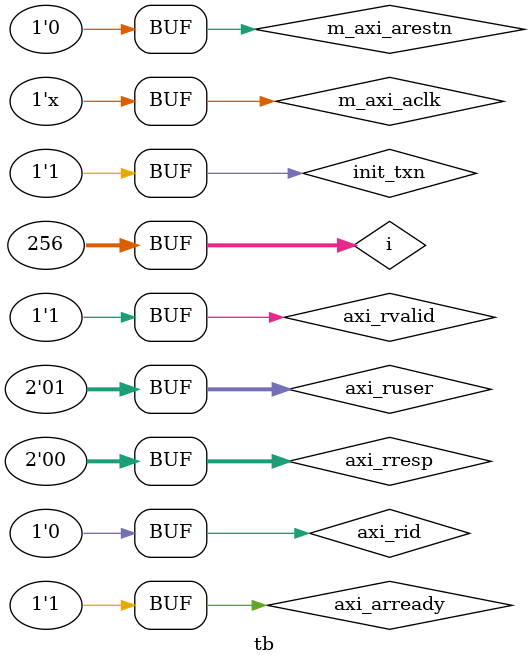
<source format=sv>
`timescale 1ns/1ps

module tb ();

    logic m_axi_aclk, m_axi_arestn;

    localparam clock_cycle = 10; // 10ns

    typedef enum logic[1:0] {OKAY, EXOKAY, SLVERR, DECERR} rresp_state;

    always
    begin : clock_generator
        #(clock_cycle/2) m_axi_aclk <= ~m_axi_aclk;
    end

    initial begin
        m_axi_aclk <= 1'b0;
        m_axi_arestn = 1'b0;
        #15;
    end

    //DUT spec section
    // Burst length (beats per burst)
    parameter integer C_M_AXI_BURST_LEN   = 256;
    // Widths
    parameter integer C_M_AXI_ID_WIDTH    = 1;
    parameter integer C_M_AXI_ADDR_WIDTH  = 32;
    parameter integer C_M_AXI_DATA_WIDTH  = 16;
    // User‐side widths (unused here)
    parameter integer C_M_AXI_ARUSER_WIDTH = 0;
    parameter integer C_M_AXI_RUSER_WIDTH  = 0;

    //input logics
    logic init_txn, axi_arready;
    logic [C_M_AXI_ID_WIDTH - 1: 0] axi_rid;
    logic [C_M_AXI_DATA_WIDTH - 1: 0] axi_rdata;
    rresp_state axi_rresp;
    logic axi_rlast;
    logic [C_M_AXI_RUSER_WIDTH - 1:0] axi_ruser;
    logic axi_rvalid;

    //output logics
    logic txn_done, error;
    logic [C_M_AXI_ID_WIDTH-1:0]   M_AXI_ARID;
    logic [C_M_AXI_ADDR_WIDTH-1:0] M_AXI_ARADDR;
    logic [7:0]                    M_AXI_ARLEN;
    logic [2:0]                    M_AXI_ARSIZE;
    logic [1:0]                    M_AXI_ARBURST;
    logic                          M_AXI_ARLOCK;
    logic [3:0]                    M_AXI_ARCACHE;
    logic [2:0]                    M_AXI_ARPROT;
    logic [3:0]                    M_AXI_ARQOS;
    logic [C_M_AXI_ARUSER_WIDTH-1:0] M_AXI_ARUSER;
    logic                          M_AXI_ARVALID;
    logic                          axi_rready;

    int i;
    logic [31:0] read_index;
    logic [C_M_AXI_DATA_WIDTH - 1:0] mem [0: C_M_AXI_BURST_LEN - 1];
    initial
    begin : assign_mem
        for (i = 0; i < C_M_AXI_BURST_LEN; i ++)
        begin
            mem[i] = 16'hbeef - i;
        end
        read_index = 0;
    end

    //assign input value
    assign init_txn = 1'b1;
    assign axi_rlast = (read_index == C_M_AXI_BURST_LEN - 1);
    assign axi_rresp = OKAY;
    assign axi_arready = 1'b1;
    assign axi_ruser = 'b1;
    assign axi_rvalid = 1'b1;
    assign axi_rid = 'b0;

    always @ (posedge m_axi_aclk)
    begin
        if (axi_rready)
        begin
            axi_rdata <= mem[read_index];
            read_index <= read_index + 1;
            if (axi_rlast)
                read_index <= 0;
        end
    end

    accelector_wrapper DUT (
    .INIT_AXI_TXN    (init_txn),
    .TXN_DONE        (txn_done),
    .ERROR           (error),
    // Clock / reset
    .M_AXI_ACLK      (m_axi_aclk),
    .M_AXI_ARESETN   (m_axi_arestn),

    // AXI Read Address Channel
    .M_AXI_ARID      (M_AXI_ARID),
    .M_AXI_ARADDR    (M_AXI_ARADDR),
    .M_AXI_ARLEN     (M_AXI_ARLEN),
    .M_AXI_ARSIZE    (M_AXI_ARSIZE),
    .M_AXI_ARBURST   (M_AXI_ARBURST),
    .M_AXI_ARLOCK    (M_AXI_ARLOCK),
    .M_AXI_ARCACHE   (M_AXI_ARCACHE),
    .M_AXI_ARPROT    (M_AXI_ARPROT),
    .M_AXI_ARQOS     (M_AXI_ARQOS),
    .M_AXI_ARUSER    (M_AXI_ARUSER),
    .M_AXI_ARVALID   (M_AXI_ARVALID),
    .M_AXI_ARREADY   (axi_arready),

    // AXI Read Data Channel
    .M_AXI_RID       (axi_rid),
    .M_AXI_RDATA     (axi_rdata),
    .M_AXI_RRESP     (axi_rresp),
    .M_AXI_RLAST     (axi_rlast),
    .M_AXI_RUSER     (axi_ruser),
    .M_AXI_RVALID    (axi_rvalid),
    .M_AXI_RREADY    (axi_rready)
    );
endmodule
</source>
